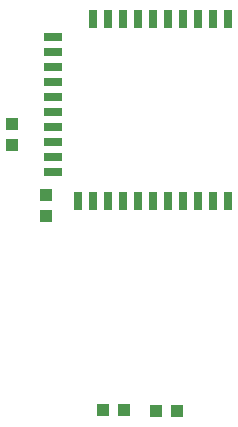
<source format=gtp>
G04 #@! TF.GenerationSoftware,KiCad,Pcbnew,5.0.0-rc3-6a2723a~65~ubuntu16.04.1*
G04 #@! TF.CreationDate,2018-07-10T16:09:43+03:00*
G04 #@! TF.ProjectId,livolo_1_channel_1way_eu_switch,6C69766F6C6F5F315F6368616E6E656C,rev?*
G04 #@! TF.SameCoordinates,Original*
G04 #@! TF.FileFunction,Paste,Top*
G04 #@! TF.FilePolarity,Positive*
%FSLAX46Y46*%
G04 Gerber Fmt 4.6, Leading zero omitted, Abs format (unit mm)*
G04 Created by KiCad (PCBNEW 5.0.0-rc3-6a2723a~65~ubuntu16.04.1) date Tue Jul 10 16:09:43 2018*
%MOMM*%
%LPD*%
G01*
G04 APERTURE LIST*
%ADD10R,0.995000X1.000000*%
%ADD11R,1.000000X0.995000*%
%ADD12R,0.710000X1.524000*%
%ADD13R,1.524000X0.710000*%
G04 APERTURE END LIST*
D10*
G04 #@! TO.C,R5*
X141050000Y-104450000D03*
X139275000Y-104450000D03*
G04 #@! TD*
G04 #@! TO.C,R6*
X145525000Y-104500000D03*
X143750000Y-104500000D03*
G04 #@! TD*
D11*
G04 #@! TO.C,R10*
X134450000Y-87975000D03*
X134450000Y-86200000D03*
G04 #@! TD*
D12*
G04 #@! TO.C,U5*
X149820000Y-86700000D03*
X148550000Y-86700000D03*
X147280000Y-86700000D03*
X146010000Y-86700000D03*
X144740000Y-86700000D03*
X143470000Y-86700000D03*
X142200000Y-86700000D03*
X140930000Y-86700000D03*
X139660000Y-86700000D03*
X138390000Y-86700000D03*
X137120000Y-86700000D03*
D13*
X135000000Y-84250000D03*
X135000000Y-82980000D03*
X135000000Y-81710000D03*
X135000000Y-80440000D03*
X135000000Y-79170000D03*
X135000000Y-77900000D03*
X135000000Y-76630000D03*
X135000000Y-75360000D03*
X135000000Y-74090000D03*
X135000000Y-72820000D03*
D12*
X144740000Y-71300000D03*
X149820000Y-71300000D03*
X147280000Y-71300000D03*
X140930000Y-71300000D03*
X142200000Y-71300000D03*
X148550000Y-71300000D03*
X139660000Y-71300000D03*
X143470000Y-71300000D03*
X138390000Y-71300000D03*
X146010000Y-71300000D03*
G04 #@! TD*
D11*
G04 #@! TO.C,L1*
X131500000Y-82025000D03*
X131500000Y-80250000D03*
G04 #@! TD*
M02*

</source>
